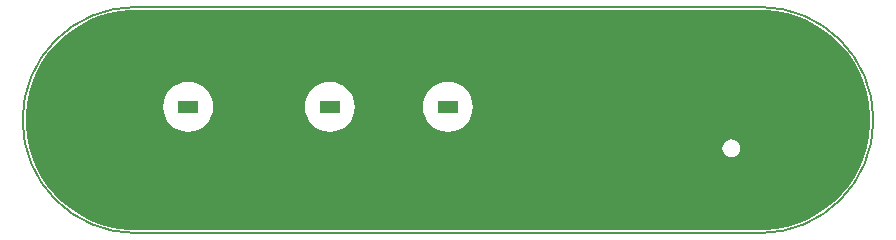
<source format=gbl>
G04*
G04 #@! TF.GenerationSoftware,Altium Limited,Altium Designer,19.0.15 (446)*
G04*
G04 Layer_Physical_Order=2*
G04 Layer_Color=16711680*
%FSLAX44Y44*%
%MOMM*%
G71*
G01*
G75*
%ADD14C,0.2000*%
%ADD15C,4.5000*%
%ADD18R,0.1000X0.1000*%
%ADD19R,1.8000X1.0500*%
G36*
X278136Y92263D02*
X287113Y90478D01*
X295873Y87820D01*
X304329Y84318D01*
X312402Y80003D01*
X320013Y74917D01*
X327088Y69110D01*
X333561Y62638D01*
X339367Y55563D01*
X344453Y47952D01*
X348768Y39879D01*
X352270Y31423D01*
X354927Y22663D01*
X356713Y13686D01*
X357610Y4577D01*
Y-4577D01*
X356713Y-13686D01*
X354927Y-22663D01*
X352270Y-31423D01*
X348768Y-39879D01*
X344453Y-47952D01*
X339367Y-55563D01*
X333560Y-62638D01*
X327088Y-69111D01*
X320013Y-74917D01*
X312402Y-80003D01*
X304329Y-84318D01*
X295873Y-87820D01*
X287113Y-90478D01*
X278136Y-92263D01*
X269027Y-93160D01*
X-269027D01*
X-278136Y-92263D01*
X-287113Y-90478D01*
X-295873Y-87820D01*
X-304329Y-84318D01*
X-312402Y-80003D01*
X-320013Y-74917D01*
X-327088Y-69110D01*
X-333561Y-62638D01*
X-339367Y-55563D01*
X-344453Y-47952D01*
X-348768Y-39879D01*
X-352270Y-31423D01*
X-354927Y-22663D01*
X-356713Y-13686D01*
X-357610Y-4577D01*
Y4577D01*
X-356713Y13686D01*
X-354927Y22663D01*
X-352270Y31423D01*
X-348768Y39879D01*
X-344453Y47952D01*
X-339367Y55563D01*
X-333560Y62638D01*
X-327088Y69111D01*
X-320013Y74917D01*
X-312402Y80003D01*
X-304329Y84318D01*
X-295873Y87820D01*
X-287113Y90478D01*
X-278136Y92263D01*
X-269027Y93160D01*
X269027D01*
X278136Y92263D01*
D02*
G37*
%LPC*%
G36*
X0Y32242D02*
X-4125Y31836D01*
X-8091Y30633D01*
X-11746Y28679D01*
X-14950Y26049D01*
X-17579Y22846D01*
X-19533Y19191D01*
X-20736Y15225D01*
X-21142Y11100D01*
X-20736Y6975D01*
X-19533Y3009D01*
X-17579Y-646D01*
X-14950Y-3850D01*
X-11746Y-6479D01*
X-8091Y-8432D01*
X-4125Y-9636D01*
X0Y-10042D01*
X4125Y-9636D01*
X8091Y-8432D01*
X11746Y-6479D01*
X14950Y-3850D01*
X17579Y-646D01*
X19533Y3009D01*
X20736Y6975D01*
X21142Y11100D01*
X20736Y15225D01*
X19533Y19191D01*
X17579Y22846D01*
X14950Y26049D01*
X11746Y28679D01*
X8091Y30633D01*
X4125Y31836D01*
X0Y32242D01*
D02*
G37*
G36*
X-100000D02*
X-104125Y31836D01*
X-108091Y30633D01*
X-111746Y28679D01*
X-114950Y26049D01*
X-117579Y22846D01*
X-119532Y19191D01*
X-120736Y15225D01*
X-121142Y11100D01*
X-120736Y6975D01*
X-119532Y3009D01*
X-117579Y-646D01*
X-114950Y-3850D01*
X-111746Y-6479D01*
X-108091Y-8432D01*
X-104125Y-9636D01*
X-100000Y-10042D01*
X-95875Y-9636D01*
X-91909Y-8432D01*
X-88254Y-6479D01*
X-85050Y-3850D01*
X-82421Y-646D01*
X-80468Y3009D01*
X-79264Y6975D01*
X-78858Y11100D01*
X-79264Y15225D01*
X-80468Y19191D01*
X-82421Y22846D01*
X-85050Y26049D01*
X-88254Y28679D01*
X-91909Y30633D01*
X-95875Y31836D01*
X-100000Y32242D01*
D02*
G37*
G36*
X-220000D02*
X-224125Y31836D01*
X-228091Y30633D01*
X-231746Y28679D01*
X-234949Y26049D01*
X-237579Y22846D01*
X-239533Y19191D01*
X-240736Y15225D01*
X-241142Y11100D01*
X-240736Y6975D01*
X-239533Y3009D01*
X-237579Y-646D01*
X-234949Y-3850D01*
X-231746Y-6479D01*
X-228091Y-8432D01*
X-224125Y-9636D01*
X-220000Y-10042D01*
X-215875Y-9636D01*
X-211909Y-8432D01*
X-208254Y-6479D01*
X-205051Y-3850D01*
X-202421Y-646D01*
X-200467Y3009D01*
X-199264Y6975D01*
X-198858Y11100D01*
X-199264Y15225D01*
X-200467Y19191D01*
X-202421Y22846D01*
X-205051Y26049D01*
X-208254Y28679D01*
X-211909Y30633D01*
X-215875Y31836D01*
X-220000Y32242D01*
D02*
G37*
G36*
X240000Y-16395D02*
X238032Y-16654D01*
X236197Y-17414D01*
X234622Y-18622D01*
X233414Y-20198D01*
X232654Y-22032D01*
X232395Y-24000D01*
X232654Y-25968D01*
X233414Y-27803D01*
X234622Y-29378D01*
X236197Y-30586D01*
X238032Y-31346D01*
X240000Y-31605D01*
X241968Y-31346D01*
X243803Y-30586D01*
X245378Y-29378D01*
X246586Y-27803D01*
X247346Y-25968D01*
X247605Y-24000D01*
X247346Y-22032D01*
X246586Y-20198D01*
X245378Y-18622D01*
X243803Y-17414D01*
X241968Y-16654D01*
X240000Y-16395D01*
D02*
G37*
%LPD*%
D14*
X-264450Y95750D02*
G03*
X-264450Y-95750I0J-95750D01*
G01*
X264450D02*
G03*
X264450Y95750I0J95750D01*
G01*
X-264450Y-95750D02*
X264450D01*
X-264450Y95750D02*
X264450D01*
D15*
X-322650Y0D02*
D03*
X322650D02*
D03*
D18*
X240000Y-24000D02*
D03*
D19*
X0Y11100D02*
D03*
X-100000D02*
D03*
X-220000D02*
D03*
M02*

</source>
